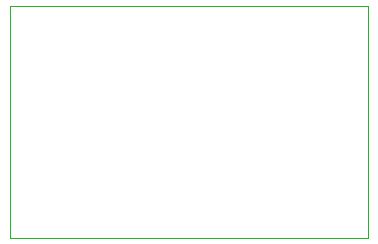
<source format=gbr>
%TF.GenerationSoftware,KiCad,Pcbnew,7.0.8*%
%TF.CreationDate,2024-06-02T10:45:53-04:00*%
%TF.ProjectId,rugby64 jr,72756762-7936-4342-906a-722e6b696361,rev?*%
%TF.SameCoordinates,Original*%
%TF.FileFunction,Profile,NP*%
%FSLAX46Y46*%
G04 Gerber Fmt 4.6, Leading zero omitted, Abs format (unit mm)*
G04 Created by KiCad (PCBNEW 7.0.8) date 2024-06-02 10:45:53*
%MOMM*%
%LPD*%
G01*
G04 APERTURE LIST*
%TA.AperFunction,Profile*%
%ADD10C,0.100000*%
%TD*%
G04 APERTURE END LIST*
D10*
X12598400Y-13970000D02*
X42976800Y-13970000D01*
X42976800Y-33578800D01*
X12598400Y-33578800D01*
X12598400Y-13970000D01*
M02*

</source>
